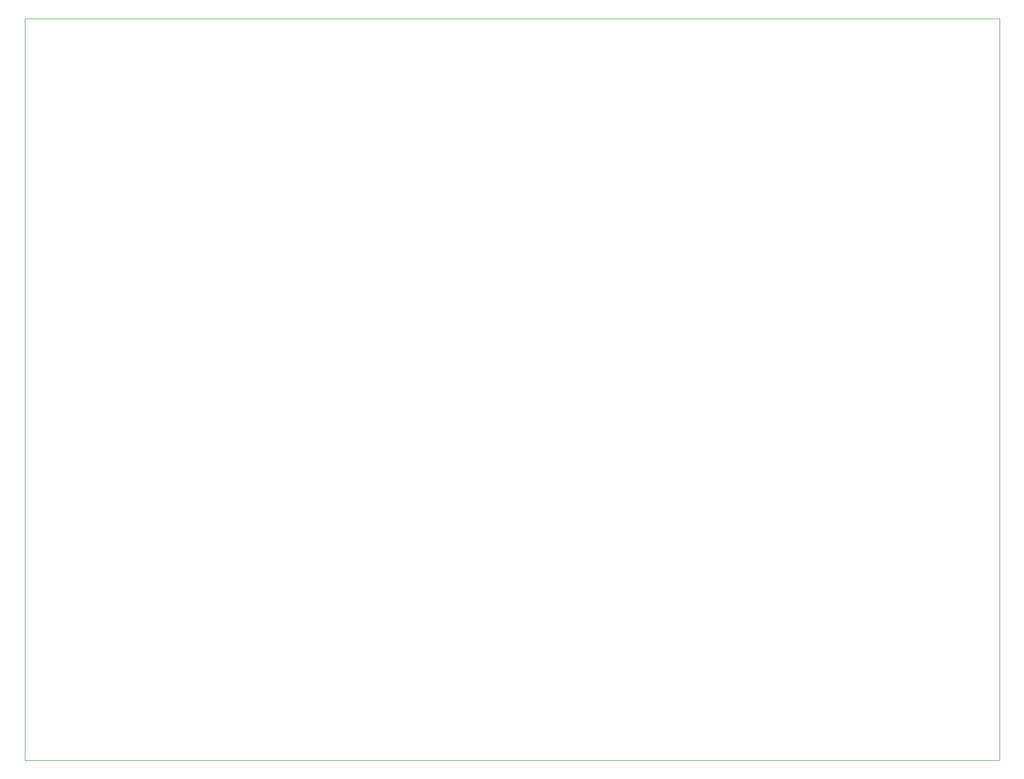
<source format=gbr>
%TF.GenerationSoftware,KiCad,Pcbnew,(6.0.7)*%
%TF.CreationDate,2022-09-03T14:48:31-04:00*%
%TF.ProjectId,6502,36353032-2e6b-4696-9361-645f70636258,1.1*%
%TF.SameCoordinates,Original*%
%TF.FileFunction,Profile,NP*%
%FSLAX46Y46*%
G04 Gerber Fmt 4.6, Leading zero omitted, Abs format (unit mm)*
G04 Created by KiCad (PCBNEW (6.0.7)) date 2022-09-03 14:48:31*
%MOMM*%
%LPD*%
G01*
G04 APERTURE LIST*
%TA.AperFunction,Profile*%
%ADD10C,0.100000*%
%TD*%
G04 APERTURE END LIST*
D10*
X69155400Y-158155000D02*
X241570600Y-158155000D01*
X241570600Y-158155000D02*
X241570600Y-26887800D01*
X241570600Y-26887800D02*
X69155400Y-26887800D01*
X69155400Y-26887800D02*
X69155400Y-158155000D01*
M02*

</source>
